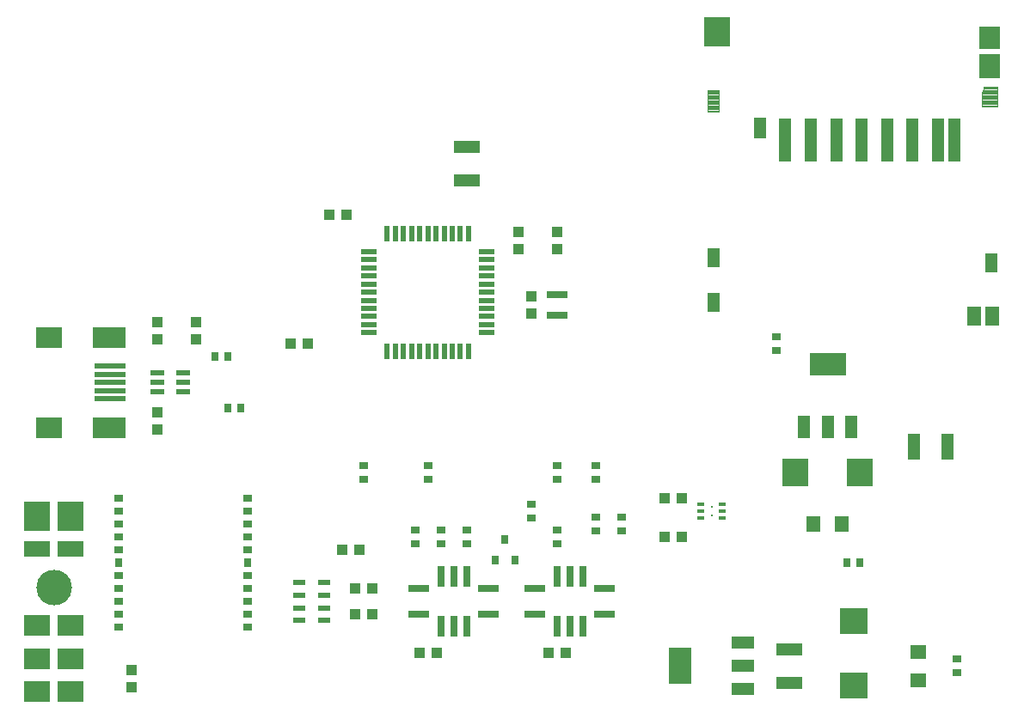
<source format=gtp>
G75*
%MOIN*%
%OFA0B0*%
%FSLAX25Y25*%
%IPPOS*%
%LPD*%
%AMOC8*
5,1,8,0,0,1.08239X$1,22.5*
%
%ADD10C,0.13780*%
%ADD11R,0.09843X0.11811*%
%ADD12R,0.09843X0.07874*%
%ADD13R,0.09843X0.05906*%
%ADD14R,0.04724X0.01969*%
%ADD15R,0.10630X0.10039*%
%ADD16R,0.09843X0.04724*%
%ADD17R,0.03543X0.02756*%
%ADD18R,0.04331X0.03937*%
%ADD19R,0.03937X0.04331*%
%ADD20R,0.10039X0.10630*%
%ADD21R,0.05512X0.06299*%
%ADD22R,0.06299X0.05512*%
%ADD23R,0.02756X0.03543*%
%ADD24R,0.04724X0.09843*%
%ADD25R,0.02756X0.01181*%
%ADD26C,0.00787*%
%ADD27R,0.03600X0.02800*%
%ADD28R,0.02800X0.03600*%
%ADD29R,0.07874X0.03150*%
%ADD30R,0.08800X0.04800*%
%ADD31R,0.08661X0.14173*%
%ADD32R,0.04800X0.08800*%
%ADD33R,0.14173X0.08661*%
%ADD34R,0.05906X0.01969*%
%ADD35R,0.01969X0.05906*%
%ADD36R,0.03100X0.03500*%
%ADD37R,0.07874X0.02756*%
%ADD38R,0.02756X0.07874*%
%ADD39R,0.05200X0.02200*%
%ADD40R,0.12992X0.07874*%
%ADD41R,0.12205X0.01969*%
%ADD42R,0.08268X0.08661*%
%ADD43R,0.08268X0.09449*%
%ADD44R,0.10236X0.11417*%
%ADD45R,0.05118X0.07480*%
%ADD46R,0.05512X0.07677*%
%ADD47R,0.04724X0.16929*%
%ADD48R,0.04724X0.07874*%
%ADD49C,0.00400*%
D10*
X0021500Y0052012D03*
D11*
X0015004Y0079571D03*
X0027996Y0079571D03*
D12*
X0015004Y0011461D03*
X0015004Y0024256D03*
X0015004Y0037051D03*
X0027996Y0037051D03*
X0027996Y0024256D03*
X0027996Y0011461D03*
X0019689Y0113980D03*
X0019689Y0149020D03*
D13*
X0015004Y0066776D03*
X0027996Y0066776D03*
D14*
X0116776Y0053882D03*
X0116776Y0048961D03*
X0116776Y0044039D03*
X0116776Y0039118D03*
X0126224Y0039118D03*
X0126224Y0044039D03*
X0126224Y0048961D03*
X0126224Y0053882D03*
D15*
X0331500Y0038980D03*
X0331500Y0014020D03*
D16*
X0306500Y0015004D03*
X0306500Y0027996D03*
X0181500Y0210004D03*
X0181500Y0222996D03*
D17*
X0301500Y0149059D03*
X0301500Y0143941D03*
X0231500Y0099059D03*
X0231500Y0093941D03*
X0216500Y0093941D03*
X0216500Y0099059D03*
X0206500Y0084059D03*
X0206500Y0078941D03*
X0216500Y0074059D03*
X0216500Y0068941D03*
X0231500Y0073941D03*
X0231500Y0079059D03*
X0241500Y0079059D03*
X0241500Y0073941D03*
X0181500Y0074059D03*
X0181500Y0068941D03*
X0171500Y0068941D03*
X0171500Y0074059D03*
X0161500Y0074059D03*
X0161500Y0068941D03*
X0166500Y0093941D03*
X0166500Y0099059D03*
X0141500Y0099059D03*
X0141500Y0093941D03*
X0371500Y0024059D03*
X0371500Y0018941D03*
D18*
X0264846Y0071500D03*
X0258154Y0071500D03*
X0258154Y0086500D03*
X0264846Y0086500D03*
X0219846Y0026500D03*
X0213154Y0026500D03*
X0169846Y0026500D03*
X0163154Y0026500D03*
X0144846Y0041500D03*
X0138154Y0041500D03*
X0138154Y0051500D03*
X0144846Y0051500D03*
X0139846Y0066500D03*
X0133154Y0066500D03*
X0119846Y0146500D03*
X0113154Y0146500D03*
X0128154Y0196500D03*
X0134846Y0196500D03*
D19*
X0076500Y0154846D03*
X0076500Y0148154D03*
X0061500Y0148154D03*
X0061500Y0154846D03*
X0061500Y0119846D03*
X0061500Y0113154D03*
X0051500Y0019846D03*
X0051500Y0013154D03*
X0206500Y0158154D03*
X0206500Y0164846D03*
X0201500Y0183154D03*
X0201500Y0189846D03*
X0216500Y0189846D03*
X0216500Y0183154D03*
D20*
X0309020Y0096500D03*
X0333980Y0096500D03*
D21*
X0327012Y0076500D03*
X0315988Y0076500D03*
D22*
X0356500Y0027012D03*
X0356500Y0015988D03*
D23*
X0334059Y0061500D03*
X0328941Y0061500D03*
X0094059Y0121500D03*
X0088941Y0121500D03*
X0089059Y0141500D03*
X0083941Y0141500D03*
D24*
X0355004Y0106500D03*
X0367996Y0106500D03*
D25*
X0280634Y0084059D03*
X0280634Y0081500D03*
X0280634Y0078941D03*
X0272366Y0078941D03*
X0272366Y0081500D03*
X0272366Y0084059D03*
D26*
X0276500Y0083075D03*
X0276500Y0079925D03*
D27*
X0096500Y0081500D03*
X0096500Y0076500D03*
X0096500Y0071500D03*
X0096500Y0066500D03*
X0096500Y0056500D03*
X0096500Y0051500D03*
X0096500Y0046500D03*
X0096500Y0041500D03*
X0096500Y0036500D03*
X0046500Y0036500D03*
X0046500Y0041500D03*
X0046500Y0046500D03*
X0046500Y0051500D03*
X0046500Y0056500D03*
X0046500Y0066500D03*
X0046500Y0071500D03*
X0046500Y0076500D03*
X0046500Y0081500D03*
X0046500Y0086500D03*
X0096500Y0086500D03*
D28*
X0096500Y0061500D03*
X0046500Y0061500D03*
D29*
X0216500Y0157563D03*
X0216500Y0165437D03*
D30*
X0288700Y0030600D03*
X0288700Y0021500D03*
X0288700Y0012400D03*
D31*
X0264299Y0021500D03*
D32*
X0312400Y0114300D03*
X0321500Y0114300D03*
X0330600Y0114300D03*
D33*
X0321500Y0138701D03*
D34*
X0189335Y0150752D03*
X0189335Y0153902D03*
X0189335Y0157051D03*
X0189335Y0160201D03*
X0189335Y0163350D03*
X0189335Y0166500D03*
X0189335Y0169650D03*
X0189335Y0172799D03*
X0189335Y0175949D03*
X0189335Y0179098D03*
X0189335Y0182248D03*
X0143665Y0182248D03*
X0143665Y0179098D03*
X0143665Y0175949D03*
X0143665Y0172799D03*
X0143665Y0169650D03*
X0143665Y0166500D03*
X0143665Y0163350D03*
X0143665Y0160201D03*
X0143665Y0157051D03*
X0143665Y0153902D03*
X0143665Y0150752D03*
D35*
X0150752Y0143665D03*
X0153902Y0143665D03*
X0157051Y0143665D03*
X0160201Y0143665D03*
X0163350Y0143665D03*
X0166500Y0143665D03*
X0169650Y0143665D03*
X0172799Y0143665D03*
X0175949Y0143665D03*
X0179098Y0143665D03*
X0182248Y0143665D03*
X0182248Y0189335D03*
X0179098Y0189335D03*
X0175949Y0189335D03*
X0172799Y0189335D03*
X0169650Y0189335D03*
X0166500Y0189335D03*
X0163350Y0189335D03*
X0160201Y0189335D03*
X0157051Y0189335D03*
X0153902Y0189335D03*
X0150752Y0189335D03*
D36*
X0196400Y0070500D03*
X0192600Y0062500D03*
X0200200Y0062500D03*
D37*
X0207917Y0051500D03*
X0207917Y0041500D03*
X0190083Y0041500D03*
X0190083Y0051500D03*
X0162917Y0051500D03*
X0162917Y0041500D03*
X0235083Y0041500D03*
X0235083Y0051500D03*
D38*
X0226500Y0056146D03*
X0221500Y0056146D03*
X0216500Y0056146D03*
X0216500Y0036854D03*
X0221500Y0036854D03*
X0226500Y0036854D03*
X0181500Y0036854D03*
X0176500Y0036854D03*
X0171500Y0036854D03*
X0171500Y0056146D03*
X0176500Y0056146D03*
X0181500Y0056146D03*
D39*
X0071500Y0127800D03*
X0071500Y0131500D03*
X0071500Y0135200D03*
X0061500Y0135200D03*
X0061500Y0131500D03*
X0061500Y0127800D03*
D40*
X0042917Y0113980D03*
X0042917Y0149020D03*
D41*
X0043311Y0137799D03*
X0043311Y0134650D03*
X0043311Y0131500D03*
X0043311Y0128350D03*
X0043311Y0125201D03*
D42*
X0384256Y0265201D03*
D43*
X0384256Y0254374D03*
D44*
X0278744Y0267563D03*
D45*
X0277169Y0179768D03*
X0277169Y0162642D03*
X0385043Y0177996D03*
D46*
X0385437Y0157130D03*
X0378350Y0157130D03*
D47*
X0370575Y0225535D03*
X0364177Y0225535D03*
X0354335Y0225535D03*
X0344492Y0225535D03*
X0334650Y0225535D03*
X0324807Y0225535D03*
X0314965Y0225535D03*
X0305122Y0225535D03*
D48*
X0295280Y0230063D03*
D49*
X0279328Y0236664D02*
X0279328Y0244919D01*
X0275010Y0244919D01*
X0275010Y0236664D01*
X0279328Y0236664D01*
X0279328Y0237020D02*
X0275010Y0237020D01*
X0275010Y0237419D02*
X0279328Y0237419D01*
X0279328Y0237817D02*
X0275010Y0237817D01*
X0275010Y0238216D02*
X0279328Y0238216D01*
X0279328Y0238614D02*
X0275010Y0238614D01*
X0275010Y0239013D02*
X0279328Y0239013D01*
X0279328Y0239411D02*
X0275010Y0239411D01*
X0275010Y0239810D02*
X0279328Y0239810D01*
X0279328Y0240208D02*
X0275010Y0240208D01*
X0275010Y0240607D02*
X0279328Y0240607D01*
X0279328Y0241005D02*
X0275010Y0241005D01*
X0275010Y0241404D02*
X0279328Y0241404D01*
X0279328Y0241802D02*
X0275010Y0241802D01*
X0275010Y0242201D02*
X0279328Y0242201D01*
X0279328Y0242599D02*
X0275010Y0242599D01*
X0275010Y0242998D02*
X0279328Y0242998D01*
X0279328Y0243396D02*
X0275010Y0243396D01*
X0275010Y0243795D02*
X0279328Y0243795D01*
X0279328Y0244193D02*
X0275010Y0244193D01*
X0275010Y0244592D02*
X0279328Y0244592D01*
X0381328Y0243966D02*
X0381328Y0238664D01*
X0387417Y0238664D01*
X0387417Y0246131D01*
X0382115Y0246131D01*
X0382115Y0245443D01*
X0381328Y0243966D01*
X0381328Y0243795D02*
X0387417Y0243795D01*
X0387417Y0244193D02*
X0381449Y0244193D01*
X0381661Y0244592D02*
X0387417Y0244592D01*
X0387417Y0244990D02*
X0381874Y0244990D01*
X0382086Y0245389D02*
X0387417Y0245389D01*
X0387417Y0245787D02*
X0382115Y0245787D01*
X0381328Y0243396D02*
X0387417Y0243396D01*
X0387417Y0242998D02*
X0381328Y0242998D01*
X0381328Y0242599D02*
X0387417Y0242599D01*
X0387417Y0242201D02*
X0381328Y0242201D01*
X0381328Y0241802D02*
X0387417Y0241802D01*
X0387417Y0241404D02*
X0381328Y0241404D01*
X0381328Y0241005D02*
X0387417Y0241005D01*
X0387417Y0240607D02*
X0381328Y0240607D01*
X0381328Y0240208D02*
X0387417Y0240208D01*
X0387417Y0239810D02*
X0381328Y0239810D01*
X0381328Y0239411D02*
X0387417Y0239411D01*
X0387417Y0239013D02*
X0381328Y0239013D01*
M02*

</source>
